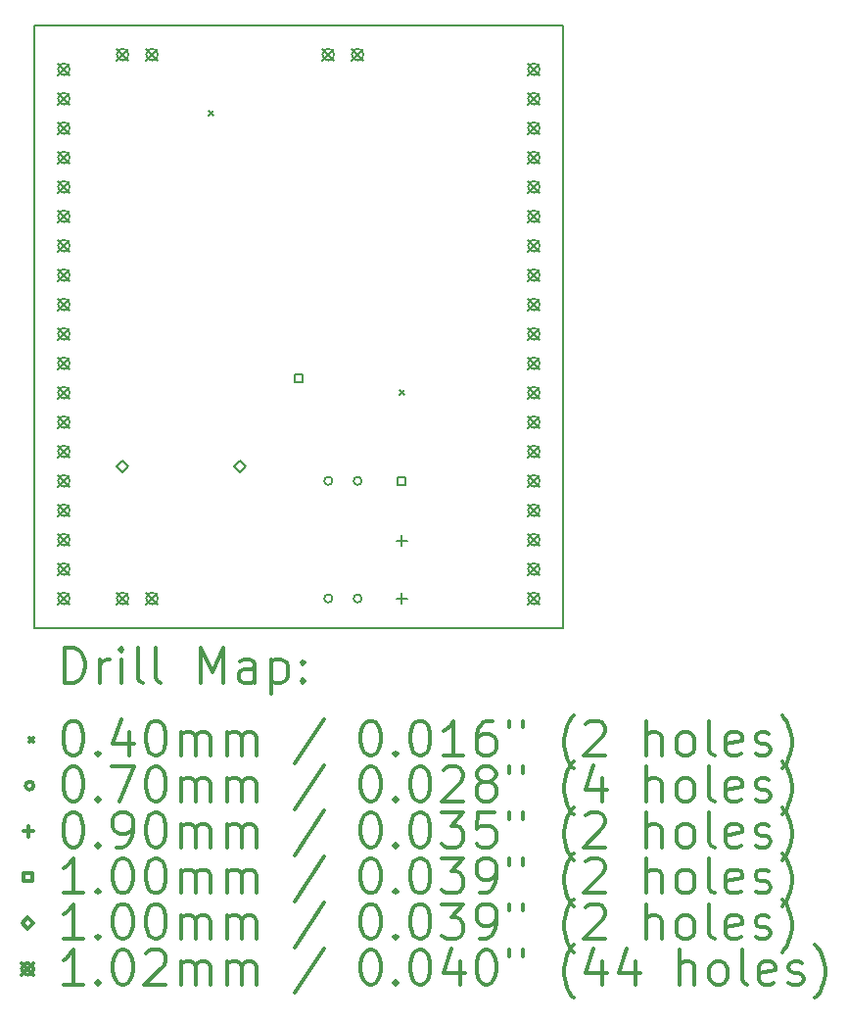
<source format=gbr>
%FSLAX45Y45*%
G04 Gerber Fmt 4.5, Leading zero omitted, Abs format (unit mm)*
G04 Created by KiCad (PCBNEW 4.0.3+e1-6302~38~ubuntu16.04.1-stable) date Thu Aug 25 12:39:00 2016*
%MOMM*%
%LPD*%
G01*
G04 APERTURE LIST*
%ADD10C,0.127000*%
%ADD11C,0.150000*%
%ADD12C,0.200000*%
%ADD13C,0.300000*%
G04 APERTURE END LIST*
D10*
D11*
X11684000Y-7493000D02*
X7112000Y-7493000D01*
X11684000Y-12700000D02*
X11684000Y-7493000D01*
X7112000Y-12700000D02*
X11684000Y-12700000D01*
X7112000Y-7493000D02*
X7112000Y-12700000D01*
D12*
X8616000Y-8235000D02*
X8656000Y-8275000D01*
X8656000Y-8235000D02*
X8616000Y-8275000D01*
X10267000Y-10648000D02*
X10307000Y-10688000D01*
X10307000Y-10648000D02*
X10267000Y-10688000D01*
X9687306Y-11430052D02*
G75*
G03X9687306Y-11430052I-35052J0D01*
G01*
X9687306Y-12446052D02*
G75*
G03X9687306Y-12446052I-35052J0D01*
G01*
X9940798Y-11429948D02*
G75*
G03X9940798Y-11429948I-35052J0D01*
G01*
X9940798Y-12445948D02*
G75*
G03X9940798Y-12445948I-35052J0D01*
G01*
X10287000Y-11901000D02*
X10287000Y-11991000D01*
X10242000Y-11946000D02*
X10332000Y-11946000D01*
X10287000Y-12401000D02*
X10287000Y-12491000D01*
X10242000Y-12446000D02*
X10332000Y-12446000D01*
X9433356Y-10576356D02*
X9433356Y-10505644D01*
X9362644Y-10505644D01*
X9362644Y-10576356D01*
X9433356Y-10576356D01*
X10322356Y-11465356D02*
X10322356Y-11394644D01*
X10251644Y-11394644D01*
X10251644Y-11465356D01*
X10322356Y-11465356D01*
X7874000Y-11353038D02*
X7924038Y-11303000D01*
X7874000Y-11252962D01*
X7823962Y-11303000D01*
X7874000Y-11353038D01*
X8890000Y-11353038D02*
X8940038Y-11303000D01*
X8890000Y-11252962D01*
X8839962Y-11303000D01*
X8890000Y-11353038D01*
X7315200Y-7823200D02*
X7416800Y-7924800D01*
X7416800Y-7823200D02*
X7315200Y-7924800D01*
X7416800Y-7874000D02*
G75*
G03X7416800Y-7874000I-50800J0D01*
G01*
X7315200Y-8077200D02*
X7416800Y-8178800D01*
X7416800Y-8077200D02*
X7315200Y-8178800D01*
X7416800Y-8128000D02*
G75*
G03X7416800Y-8128000I-50800J0D01*
G01*
X7315200Y-8331200D02*
X7416800Y-8432800D01*
X7416800Y-8331200D02*
X7315200Y-8432800D01*
X7416800Y-8382000D02*
G75*
G03X7416800Y-8382000I-50800J0D01*
G01*
X7315200Y-8585200D02*
X7416800Y-8686800D01*
X7416800Y-8585200D02*
X7315200Y-8686800D01*
X7416800Y-8636000D02*
G75*
G03X7416800Y-8636000I-50800J0D01*
G01*
X7315200Y-8839200D02*
X7416800Y-8940800D01*
X7416800Y-8839200D02*
X7315200Y-8940800D01*
X7416800Y-8890000D02*
G75*
G03X7416800Y-8890000I-50800J0D01*
G01*
X7315200Y-9093200D02*
X7416800Y-9194800D01*
X7416800Y-9093200D02*
X7315200Y-9194800D01*
X7416800Y-9144000D02*
G75*
G03X7416800Y-9144000I-50800J0D01*
G01*
X7315200Y-9347200D02*
X7416800Y-9448800D01*
X7416800Y-9347200D02*
X7315200Y-9448800D01*
X7416800Y-9398000D02*
G75*
G03X7416800Y-9398000I-50800J0D01*
G01*
X7315200Y-9601200D02*
X7416800Y-9702800D01*
X7416800Y-9601200D02*
X7315200Y-9702800D01*
X7416800Y-9652000D02*
G75*
G03X7416800Y-9652000I-50800J0D01*
G01*
X7315200Y-9855200D02*
X7416800Y-9956800D01*
X7416800Y-9855200D02*
X7315200Y-9956800D01*
X7416800Y-9906000D02*
G75*
G03X7416800Y-9906000I-50800J0D01*
G01*
X7315200Y-10109200D02*
X7416800Y-10210800D01*
X7416800Y-10109200D02*
X7315200Y-10210800D01*
X7416800Y-10160000D02*
G75*
G03X7416800Y-10160000I-50800J0D01*
G01*
X7315200Y-10363200D02*
X7416800Y-10464800D01*
X7416800Y-10363200D02*
X7315200Y-10464800D01*
X7416800Y-10414000D02*
G75*
G03X7416800Y-10414000I-50800J0D01*
G01*
X7315200Y-10617200D02*
X7416800Y-10718800D01*
X7416800Y-10617200D02*
X7315200Y-10718800D01*
X7416800Y-10668000D02*
G75*
G03X7416800Y-10668000I-50800J0D01*
G01*
X7315200Y-10871200D02*
X7416800Y-10972800D01*
X7416800Y-10871200D02*
X7315200Y-10972800D01*
X7416800Y-10922000D02*
G75*
G03X7416800Y-10922000I-50800J0D01*
G01*
X7315200Y-11125200D02*
X7416800Y-11226800D01*
X7416800Y-11125200D02*
X7315200Y-11226800D01*
X7416800Y-11176000D02*
G75*
G03X7416800Y-11176000I-50800J0D01*
G01*
X7315200Y-11379200D02*
X7416800Y-11480800D01*
X7416800Y-11379200D02*
X7315200Y-11480800D01*
X7416800Y-11430000D02*
G75*
G03X7416800Y-11430000I-50800J0D01*
G01*
X7315200Y-11633200D02*
X7416800Y-11734800D01*
X7416800Y-11633200D02*
X7315200Y-11734800D01*
X7416800Y-11684000D02*
G75*
G03X7416800Y-11684000I-50800J0D01*
G01*
X7315200Y-11887200D02*
X7416800Y-11988800D01*
X7416800Y-11887200D02*
X7315200Y-11988800D01*
X7416800Y-11938000D02*
G75*
G03X7416800Y-11938000I-50800J0D01*
G01*
X7315200Y-12141200D02*
X7416800Y-12242800D01*
X7416800Y-12141200D02*
X7315200Y-12242800D01*
X7416800Y-12192000D02*
G75*
G03X7416800Y-12192000I-50800J0D01*
G01*
X7315200Y-12395200D02*
X7416800Y-12496800D01*
X7416800Y-12395200D02*
X7315200Y-12496800D01*
X7416800Y-12446000D02*
G75*
G03X7416800Y-12446000I-50800J0D01*
G01*
X7823200Y-7696200D02*
X7924800Y-7797800D01*
X7924800Y-7696200D02*
X7823200Y-7797800D01*
X7924800Y-7747000D02*
G75*
G03X7924800Y-7747000I-50800J0D01*
G01*
X7823200Y-12395200D02*
X7924800Y-12496800D01*
X7924800Y-12395200D02*
X7823200Y-12496800D01*
X7924800Y-12446000D02*
G75*
G03X7924800Y-12446000I-50800J0D01*
G01*
X8077200Y-7696200D02*
X8178800Y-7797800D01*
X8178800Y-7696200D02*
X8077200Y-7797800D01*
X8178800Y-7747000D02*
G75*
G03X8178800Y-7747000I-50800J0D01*
G01*
X8077200Y-12395200D02*
X8178800Y-12496800D01*
X8178800Y-12395200D02*
X8077200Y-12496800D01*
X8178800Y-12446000D02*
G75*
G03X8178800Y-12446000I-50800J0D01*
G01*
X9601200Y-7696200D02*
X9702800Y-7797800D01*
X9702800Y-7696200D02*
X9601200Y-7797800D01*
X9702800Y-7747000D02*
G75*
G03X9702800Y-7747000I-50800J0D01*
G01*
X9855200Y-7696200D02*
X9956800Y-7797800D01*
X9956800Y-7696200D02*
X9855200Y-7797800D01*
X9956800Y-7747000D02*
G75*
G03X9956800Y-7747000I-50800J0D01*
G01*
X11379200Y-7823200D02*
X11480800Y-7924800D01*
X11480800Y-7823200D02*
X11379200Y-7924800D01*
X11480800Y-7874000D02*
G75*
G03X11480800Y-7874000I-50800J0D01*
G01*
X11379200Y-8077200D02*
X11480800Y-8178800D01*
X11480800Y-8077200D02*
X11379200Y-8178800D01*
X11480800Y-8128000D02*
G75*
G03X11480800Y-8128000I-50800J0D01*
G01*
X11379200Y-8331200D02*
X11480800Y-8432800D01*
X11480800Y-8331200D02*
X11379200Y-8432800D01*
X11480800Y-8382000D02*
G75*
G03X11480800Y-8382000I-50800J0D01*
G01*
X11379200Y-8585200D02*
X11480800Y-8686800D01*
X11480800Y-8585200D02*
X11379200Y-8686800D01*
X11480800Y-8636000D02*
G75*
G03X11480800Y-8636000I-50800J0D01*
G01*
X11379200Y-8839200D02*
X11480800Y-8940800D01*
X11480800Y-8839200D02*
X11379200Y-8940800D01*
X11480800Y-8890000D02*
G75*
G03X11480800Y-8890000I-50800J0D01*
G01*
X11379200Y-9093200D02*
X11480800Y-9194800D01*
X11480800Y-9093200D02*
X11379200Y-9194800D01*
X11480800Y-9144000D02*
G75*
G03X11480800Y-9144000I-50800J0D01*
G01*
X11379200Y-9347200D02*
X11480800Y-9448800D01*
X11480800Y-9347200D02*
X11379200Y-9448800D01*
X11480800Y-9398000D02*
G75*
G03X11480800Y-9398000I-50800J0D01*
G01*
X11379200Y-9601200D02*
X11480800Y-9702800D01*
X11480800Y-9601200D02*
X11379200Y-9702800D01*
X11480800Y-9652000D02*
G75*
G03X11480800Y-9652000I-50800J0D01*
G01*
X11379200Y-9855200D02*
X11480800Y-9956800D01*
X11480800Y-9855200D02*
X11379200Y-9956800D01*
X11480800Y-9906000D02*
G75*
G03X11480800Y-9906000I-50800J0D01*
G01*
X11379200Y-10109200D02*
X11480800Y-10210800D01*
X11480800Y-10109200D02*
X11379200Y-10210800D01*
X11480800Y-10160000D02*
G75*
G03X11480800Y-10160000I-50800J0D01*
G01*
X11379200Y-10363200D02*
X11480800Y-10464800D01*
X11480800Y-10363200D02*
X11379200Y-10464800D01*
X11480800Y-10414000D02*
G75*
G03X11480800Y-10414000I-50800J0D01*
G01*
X11379200Y-10617200D02*
X11480800Y-10718800D01*
X11480800Y-10617200D02*
X11379200Y-10718800D01*
X11480800Y-10668000D02*
G75*
G03X11480800Y-10668000I-50800J0D01*
G01*
X11379200Y-10871200D02*
X11480800Y-10972800D01*
X11480800Y-10871200D02*
X11379200Y-10972800D01*
X11480800Y-10922000D02*
G75*
G03X11480800Y-10922000I-50800J0D01*
G01*
X11379200Y-11125200D02*
X11480800Y-11226800D01*
X11480800Y-11125200D02*
X11379200Y-11226800D01*
X11480800Y-11176000D02*
G75*
G03X11480800Y-11176000I-50800J0D01*
G01*
X11379200Y-11379200D02*
X11480800Y-11480800D01*
X11480800Y-11379200D02*
X11379200Y-11480800D01*
X11480800Y-11430000D02*
G75*
G03X11480800Y-11430000I-50800J0D01*
G01*
X11379200Y-11633200D02*
X11480800Y-11734800D01*
X11480800Y-11633200D02*
X11379200Y-11734800D01*
X11480800Y-11684000D02*
G75*
G03X11480800Y-11684000I-50800J0D01*
G01*
X11379200Y-11887200D02*
X11480800Y-11988800D01*
X11480800Y-11887200D02*
X11379200Y-11988800D01*
X11480800Y-11938000D02*
G75*
G03X11480800Y-11938000I-50800J0D01*
G01*
X11379200Y-12141200D02*
X11480800Y-12242800D01*
X11480800Y-12141200D02*
X11379200Y-12242800D01*
X11480800Y-12192000D02*
G75*
G03X11480800Y-12192000I-50800J0D01*
G01*
X11379200Y-12395200D02*
X11480800Y-12496800D01*
X11480800Y-12395200D02*
X11379200Y-12496800D01*
X11480800Y-12446000D02*
G75*
G03X11480800Y-12446000I-50800J0D01*
G01*
D13*
X7375928Y-13173214D02*
X7375928Y-12873214D01*
X7447357Y-12873214D01*
X7490214Y-12887500D01*
X7518786Y-12916071D01*
X7533071Y-12944643D01*
X7547357Y-13001786D01*
X7547357Y-13044643D01*
X7533071Y-13101786D01*
X7518786Y-13130357D01*
X7490214Y-13158929D01*
X7447357Y-13173214D01*
X7375928Y-13173214D01*
X7675928Y-13173214D02*
X7675928Y-12973214D01*
X7675928Y-13030357D02*
X7690214Y-13001786D01*
X7704500Y-12987500D01*
X7733071Y-12973214D01*
X7761643Y-12973214D01*
X7861643Y-13173214D02*
X7861643Y-12973214D01*
X7861643Y-12873214D02*
X7847357Y-12887500D01*
X7861643Y-12901786D01*
X7875928Y-12887500D01*
X7861643Y-12873214D01*
X7861643Y-12901786D01*
X8047357Y-13173214D02*
X8018786Y-13158929D01*
X8004500Y-13130357D01*
X8004500Y-12873214D01*
X8204500Y-13173214D02*
X8175928Y-13158929D01*
X8161643Y-13130357D01*
X8161643Y-12873214D01*
X8547357Y-13173214D02*
X8547357Y-12873214D01*
X8647357Y-13087500D01*
X8747357Y-12873214D01*
X8747357Y-13173214D01*
X9018786Y-13173214D02*
X9018786Y-13016071D01*
X9004500Y-12987500D01*
X8975929Y-12973214D01*
X8918786Y-12973214D01*
X8890214Y-12987500D01*
X9018786Y-13158929D02*
X8990214Y-13173214D01*
X8918786Y-13173214D01*
X8890214Y-13158929D01*
X8875929Y-13130357D01*
X8875929Y-13101786D01*
X8890214Y-13073214D01*
X8918786Y-13058929D01*
X8990214Y-13058929D01*
X9018786Y-13044643D01*
X9161643Y-12973214D02*
X9161643Y-13273214D01*
X9161643Y-12987500D02*
X9190214Y-12973214D01*
X9247357Y-12973214D01*
X9275929Y-12987500D01*
X9290214Y-13001786D01*
X9304500Y-13030357D01*
X9304500Y-13116071D01*
X9290214Y-13144643D01*
X9275929Y-13158929D01*
X9247357Y-13173214D01*
X9190214Y-13173214D01*
X9161643Y-13158929D01*
X9433071Y-13144643D02*
X9447357Y-13158929D01*
X9433071Y-13173214D01*
X9418786Y-13158929D01*
X9433071Y-13144643D01*
X9433071Y-13173214D01*
X9433071Y-12987500D02*
X9447357Y-13001786D01*
X9433071Y-13016071D01*
X9418786Y-13001786D01*
X9433071Y-12987500D01*
X9433071Y-13016071D01*
X7064500Y-13647500D02*
X7104500Y-13687500D01*
X7104500Y-13647500D02*
X7064500Y-13687500D01*
X7433071Y-13503214D02*
X7461643Y-13503214D01*
X7490214Y-13517500D01*
X7504500Y-13531786D01*
X7518786Y-13560357D01*
X7533071Y-13617500D01*
X7533071Y-13688929D01*
X7518786Y-13746071D01*
X7504500Y-13774643D01*
X7490214Y-13788929D01*
X7461643Y-13803214D01*
X7433071Y-13803214D01*
X7404500Y-13788929D01*
X7390214Y-13774643D01*
X7375928Y-13746071D01*
X7361643Y-13688929D01*
X7361643Y-13617500D01*
X7375928Y-13560357D01*
X7390214Y-13531786D01*
X7404500Y-13517500D01*
X7433071Y-13503214D01*
X7661643Y-13774643D02*
X7675928Y-13788929D01*
X7661643Y-13803214D01*
X7647357Y-13788929D01*
X7661643Y-13774643D01*
X7661643Y-13803214D01*
X7933071Y-13603214D02*
X7933071Y-13803214D01*
X7861643Y-13488929D02*
X7790214Y-13703214D01*
X7975928Y-13703214D01*
X8147357Y-13503214D02*
X8175928Y-13503214D01*
X8204500Y-13517500D01*
X8218786Y-13531786D01*
X8233071Y-13560357D01*
X8247357Y-13617500D01*
X8247357Y-13688929D01*
X8233071Y-13746071D01*
X8218786Y-13774643D01*
X8204500Y-13788929D01*
X8175928Y-13803214D01*
X8147357Y-13803214D01*
X8118786Y-13788929D01*
X8104500Y-13774643D01*
X8090214Y-13746071D01*
X8075928Y-13688929D01*
X8075928Y-13617500D01*
X8090214Y-13560357D01*
X8104500Y-13531786D01*
X8118786Y-13517500D01*
X8147357Y-13503214D01*
X8375928Y-13803214D02*
X8375928Y-13603214D01*
X8375928Y-13631786D02*
X8390214Y-13617500D01*
X8418786Y-13603214D01*
X8461643Y-13603214D01*
X8490214Y-13617500D01*
X8504500Y-13646071D01*
X8504500Y-13803214D01*
X8504500Y-13646071D02*
X8518786Y-13617500D01*
X8547357Y-13603214D01*
X8590214Y-13603214D01*
X8618786Y-13617500D01*
X8633071Y-13646071D01*
X8633071Y-13803214D01*
X8775929Y-13803214D02*
X8775929Y-13603214D01*
X8775929Y-13631786D02*
X8790214Y-13617500D01*
X8818786Y-13603214D01*
X8861643Y-13603214D01*
X8890214Y-13617500D01*
X8904500Y-13646071D01*
X8904500Y-13803214D01*
X8904500Y-13646071D02*
X8918786Y-13617500D01*
X8947357Y-13603214D01*
X8990214Y-13603214D01*
X9018786Y-13617500D01*
X9033071Y-13646071D01*
X9033071Y-13803214D01*
X9618786Y-13488929D02*
X9361643Y-13874643D01*
X10004500Y-13503214D02*
X10033071Y-13503214D01*
X10061643Y-13517500D01*
X10075928Y-13531786D01*
X10090214Y-13560357D01*
X10104500Y-13617500D01*
X10104500Y-13688929D01*
X10090214Y-13746071D01*
X10075928Y-13774643D01*
X10061643Y-13788929D01*
X10033071Y-13803214D01*
X10004500Y-13803214D01*
X9975928Y-13788929D01*
X9961643Y-13774643D01*
X9947357Y-13746071D01*
X9933071Y-13688929D01*
X9933071Y-13617500D01*
X9947357Y-13560357D01*
X9961643Y-13531786D01*
X9975928Y-13517500D01*
X10004500Y-13503214D01*
X10233071Y-13774643D02*
X10247357Y-13788929D01*
X10233071Y-13803214D01*
X10218786Y-13788929D01*
X10233071Y-13774643D01*
X10233071Y-13803214D01*
X10433071Y-13503214D02*
X10461643Y-13503214D01*
X10490214Y-13517500D01*
X10504500Y-13531786D01*
X10518786Y-13560357D01*
X10533071Y-13617500D01*
X10533071Y-13688929D01*
X10518786Y-13746071D01*
X10504500Y-13774643D01*
X10490214Y-13788929D01*
X10461643Y-13803214D01*
X10433071Y-13803214D01*
X10404500Y-13788929D01*
X10390214Y-13774643D01*
X10375928Y-13746071D01*
X10361643Y-13688929D01*
X10361643Y-13617500D01*
X10375928Y-13560357D01*
X10390214Y-13531786D01*
X10404500Y-13517500D01*
X10433071Y-13503214D01*
X10818786Y-13803214D02*
X10647357Y-13803214D01*
X10733071Y-13803214D02*
X10733071Y-13503214D01*
X10704500Y-13546071D01*
X10675928Y-13574643D01*
X10647357Y-13588929D01*
X11075928Y-13503214D02*
X11018786Y-13503214D01*
X10990214Y-13517500D01*
X10975928Y-13531786D01*
X10947357Y-13574643D01*
X10933071Y-13631786D01*
X10933071Y-13746071D01*
X10947357Y-13774643D01*
X10961643Y-13788929D01*
X10990214Y-13803214D01*
X11047357Y-13803214D01*
X11075928Y-13788929D01*
X11090214Y-13774643D01*
X11104500Y-13746071D01*
X11104500Y-13674643D01*
X11090214Y-13646071D01*
X11075928Y-13631786D01*
X11047357Y-13617500D01*
X10990214Y-13617500D01*
X10961643Y-13631786D01*
X10947357Y-13646071D01*
X10933071Y-13674643D01*
X11218786Y-13503214D02*
X11218786Y-13560357D01*
X11333071Y-13503214D02*
X11333071Y-13560357D01*
X11775928Y-13917500D02*
X11761643Y-13903214D01*
X11733071Y-13860357D01*
X11718785Y-13831786D01*
X11704500Y-13788929D01*
X11690214Y-13717500D01*
X11690214Y-13660357D01*
X11704500Y-13588929D01*
X11718785Y-13546071D01*
X11733071Y-13517500D01*
X11761643Y-13474643D01*
X11775928Y-13460357D01*
X11875928Y-13531786D02*
X11890214Y-13517500D01*
X11918785Y-13503214D01*
X11990214Y-13503214D01*
X12018785Y-13517500D01*
X12033071Y-13531786D01*
X12047357Y-13560357D01*
X12047357Y-13588929D01*
X12033071Y-13631786D01*
X11861643Y-13803214D01*
X12047357Y-13803214D01*
X12404500Y-13803214D02*
X12404500Y-13503214D01*
X12533071Y-13803214D02*
X12533071Y-13646071D01*
X12518785Y-13617500D01*
X12490214Y-13603214D01*
X12447357Y-13603214D01*
X12418785Y-13617500D01*
X12404500Y-13631786D01*
X12718785Y-13803214D02*
X12690214Y-13788929D01*
X12675928Y-13774643D01*
X12661643Y-13746071D01*
X12661643Y-13660357D01*
X12675928Y-13631786D01*
X12690214Y-13617500D01*
X12718785Y-13603214D01*
X12761643Y-13603214D01*
X12790214Y-13617500D01*
X12804500Y-13631786D01*
X12818785Y-13660357D01*
X12818785Y-13746071D01*
X12804500Y-13774643D01*
X12790214Y-13788929D01*
X12761643Y-13803214D01*
X12718785Y-13803214D01*
X12990214Y-13803214D02*
X12961643Y-13788929D01*
X12947357Y-13760357D01*
X12947357Y-13503214D01*
X13218786Y-13788929D02*
X13190214Y-13803214D01*
X13133071Y-13803214D01*
X13104500Y-13788929D01*
X13090214Y-13760357D01*
X13090214Y-13646071D01*
X13104500Y-13617500D01*
X13133071Y-13603214D01*
X13190214Y-13603214D01*
X13218786Y-13617500D01*
X13233071Y-13646071D01*
X13233071Y-13674643D01*
X13090214Y-13703214D01*
X13347357Y-13788929D02*
X13375928Y-13803214D01*
X13433071Y-13803214D01*
X13461643Y-13788929D01*
X13475928Y-13760357D01*
X13475928Y-13746071D01*
X13461643Y-13717500D01*
X13433071Y-13703214D01*
X13390214Y-13703214D01*
X13361643Y-13688929D01*
X13347357Y-13660357D01*
X13347357Y-13646071D01*
X13361643Y-13617500D01*
X13390214Y-13603214D01*
X13433071Y-13603214D01*
X13461643Y-13617500D01*
X13575928Y-13917500D02*
X13590214Y-13903214D01*
X13618786Y-13860357D01*
X13633071Y-13831786D01*
X13647357Y-13788929D01*
X13661643Y-13717500D01*
X13661643Y-13660357D01*
X13647357Y-13588929D01*
X13633071Y-13546071D01*
X13618786Y-13517500D01*
X13590214Y-13474643D01*
X13575928Y-13460357D01*
X7104500Y-14063500D02*
G75*
G03X7104500Y-14063500I-35052J0D01*
G01*
X7433071Y-13899214D02*
X7461643Y-13899214D01*
X7490214Y-13913500D01*
X7504500Y-13927786D01*
X7518786Y-13956357D01*
X7533071Y-14013500D01*
X7533071Y-14084929D01*
X7518786Y-14142071D01*
X7504500Y-14170643D01*
X7490214Y-14184929D01*
X7461643Y-14199214D01*
X7433071Y-14199214D01*
X7404500Y-14184929D01*
X7390214Y-14170643D01*
X7375928Y-14142071D01*
X7361643Y-14084929D01*
X7361643Y-14013500D01*
X7375928Y-13956357D01*
X7390214Y-13927786D01*
X7404500Y-13913500D01*
X7433071Y-13899214D01*
X7661643Y-14170643D02*
X7675928Y-14184929D01*
X7661643Y-14199214D01*
X7647357Y-14184929D01*
X7661643Y-14170643D01*
X7661643Y-14199214D01*
X7775928Y-13899214D02*
X7975928Y-13899214D01*
X7847357Y-14199214D01*
X8147357Y-13899214D02*
X8175928Y-13899214D01*
X8204500Y-13913500D01*
X8218786Y-13927786D01*
X8233071Y-13956357D01*
X8247357Y-14013500D01*
X8247357Y-14084929D01*
X8233071Y-14142071D01*
X8218786Y-14170643D01*
X8204500Y-14184929D01*
X8175928Y-14199214D01*
X8147357Y-14199214D01*
X8118786Y-14184929D01*
X8104500Y-14170643D01*
X8090214Y-14142071D01*
X8075928Y-14084929D01*
X8075928Y-14013500D01*
X8090214Y-13956357D01*
X8104500Y-13927786D01*
X8118786Y-13913500D01*
X8147357Y-13899214D01*
X8375928Y-14199214D02*
X8375928Y-13999214D01*
X8375928Y-14027786D02*
X8390214Y-14013500D01*
X8418786Y-13999214D01*
X8461643Y-13999214D01*
X8490214Y-14013500D01*
X8504500Y-14042071D01*
X8504500Y-14199214D01*
X8504500Y-14042071D02*
X8518786Y-14013500D01*
X8547357Y-13999214D01*
X8590214Y-13999214D01*
X8618786Y-14013500D01*
X8633071Y-14042071D01*
X8633071Y-14199214D01*
X8775929Y-14199214D02*
X8775929Y-13999214D01*
X8775929Y-14027786D02*
X8790214Y-14013500D01*
X8818786Y-13999214D01*
X8861643Y-13999214D01*
X8890214Y-14013500D01*
X8904500Y-14042071D01*
X8904500Y-14199214D01*
X8904500Y-14042071D02*
X8918786Y-14013500D01*
X8947357Y-13999214D01*
X8990214Y-13999214D01*
X9018786Y-14013500D01*
X9033071Y-14042071D01*
X9033071Y-14199214D01*
X9618786Y-13884929D02*
X9361643Y-14270643D01*
X10004500Y-13899214D02*
X10033071Y-13899214D01*
X10061643Y-13913500D01*
X10075928Y-13927786D01*
X10090214Y-13956357D01*
X10104500Y-14013500D01*
X10104500Y-14084929D01*
X10090214Y-14142071D01*
X10075928Y-14170643D01*
X10061643Y-14184929D01*
X10033071Y-14199214D01*
X10004500Y-14199214D01*
X9975928Y-14184929D01*
X9961643Y-14170643D01*
X9947357Y-14142071D01*
X9933071Y-14084929D01*
X9933071Y-14013500D01*
X9947357Y-13956357D01*
X9961643Y-13927786D01*
X9975928Y-13913500D01*
X10004500Y-13899214D01*
X10233071Y-14170643D02*
X10247357Y-14184929D01*
X10233071Y-14199214D01*
X10218786Y-14184929D01*
X10233071Y-14170643D01*
X10233071Y-14199214D01*
X10433071Y-13899214D02*
X10461643Y-13899214D01*
X10490214Y-13913500D01*
X10504500Y-13927786D01*
X10518786Y-13956357D01*
X10533071Y-14013500D01*
X10533071Y-14084929D01*
X10518786Y-14142071D01*
X10504500Y-14170643D01*
X10490214Y-14184929D01*
X10461643Y-14199214D01*
X10433071Y-14199214D01*
X10404500Y-14184929D01*
X10390214Y-14170643D01*
X10375928Y-14142071D01*
X10361643Y-14084929D01*
X10361643Y-14013500D01*
X10375928Y-13956357D01*
X10390214Y-13927786D01*
X10404500Y-13913500D01*
X10433071Y-13899214D01*
X10647357Y-13927786D02*
X10661643Y-13913500D01*
X10690214Y-13899214D01*
X10761643Y-13899214D01*
X10790214Y-13913500D01*
X10804500Y-13927786D01*
X10818786Y-13956357D01*
X10818786Y-13984929D01*
X10804500Y-14027786D01*
X10633071Y-14199214D01*
X10818786Y-14199214D01*
X10990214Y-14027786D02*
X10961643Y-14013500D01*
X10947357Y-13999214D01*
X10933071Y-13970643D01*
X10933071Y-13956357D01*
X10947357Y-13927786D01*
X10961643Y-13913500D01*
X10990214Y-13899214D01*
X11047357Y-13899214D01*
X11075928Y-13913500D01*
X11090214Y-13927786D01*
X11104500Y-13956357D01*
X11104500Y-13970643D01*
X11090214Y-13999214D01*
X11075928Y-14013500D01*
X11047357Y-14027786D01*
X10990214Y-14027786D01*
X10961643Y-14042071D01*
X10947357Y-14056357D01*
X10933071Y-14084929D01*
X10933071Y-14142071D01*
X10947357Y-14170643D01*
X10961643Y-14184929D01*
X10990214Y-14199214D01*
X11047357Y-14199214D01*
X11075928Y-14184929D01*
X11090214Y-14170643D01*
X11104500Y-14142071D01*
X11104500Y-14084929D01*
X11090214Y-14056357D01*
X11075928Y-14042071D01*
X11047357Y-14027786D01*
X11218786Y-13899214D02*
X11218786Y-13956357D01*
X11333071Y-13899214D02*
X11333071Y-13956357D01*
X11775928Y-14313500D02*
X11761643Y-14299214D01*
X11733071Y-14256357D01*
X11718785Y-14227786D01*
X11704500Y-14184929D01*
X11690214Y-14113500D01*
X11690214Y-14056357D01*
X11704500Y-13984929D01*
X11718785Y-13942071D01*
X11733071Y-13913500D01*
X11761643Y-13870643D01*
X11775928Y-13856357D01*
X12018785Y-13999214D02*
X12018785Y-14199214D01*
X11947357Y-13884929D02*
X11875928Y-14099214D01*
X12061643Y-14099214D01*
X12404500Y-14199214D02*
X12404500Y-13899214D01*
X12533071Y-14199214D02*
X12533071Y-14042071D01*
X12518785Y-14013500D01*
X12490214Y-13999214D01*
X12447357Y-13999214D01*
X12418785Y-14013500D01*
X12404500Y-14027786D01*
X12718785Y-14199214D02*
X12690214Y-14184929D01*
X12675928Y-14170643D01*
X12661643Y-14142071D01*
X12661643Y-14056357D01*
X12675928Y-14027786D01*
X12690214Y-14013500D01*
X12718785Y-13999214D01*
X12761643Y-13999214D01*
X12790214Y-14013500D01*
X12804500Y-14027786D01*
X12818785Y-14056357D01*
X12818785Y-14142071D01*
X12804500Y-14170643D01*
X12790214Y-14184929D01*
X12761643Y-14199214D01*
X12718785Y-14199214D01*
X12990214Y-14199214D02*
X12961643Y-14184929D01*
X12947357Y-14156357D01*
X12947357Y-13899214D01*
X13218786Y-14184929D02*
X13190214Y-14199214D01*
X13133071Y-14199214D01*
X13104500Y-14184929D01*
X13090214Y-14156357D01*
X13090214Y-14042071D01*
X13104500Y-14013500D01*
X13133071Y-13999214D01*
X13190214Y-13999214D01*
X13218786Y-14013500D01*
X13233071Y-14042071D01*
X13233071Y-14070643D01*
X13090214Y-14099214D01*
X13347357Y-14184929D02*
X13375928Y-14199214D01*
X13433071Y-14199214D01*
X13461643Y-14184929D01*
X13475928Y-14156357D01*
X13475928Y-14142071D01*
X13461643Y-14113500D01*
X13433071Y-14099214D01*
X13390214Y-14099214D01*
X13361643Y-14084929D01*
X13347357Y-14056357D01*
X13347357Y-14042071D01*
X13361643Y-14013500D01*
X13390214Y-13999214D01*
X13433071Y-13999214D01*
X13461643Y-14013500D01*
X13575928Y-14313500D02*
X13590214Y-14299214D01*
X13618786Y-14256357D01*
X13633071Y-14227786D01*
X13647357Y-14184929D01*
X13661643Y-14113500D01*
X13661643Y-14056357D01*
X13647357Y-13984929D01*
X13633071Y-13942071D01*
X13618786Y-13913500D01*
X13590214Y-13870643D01*
X13575928Y-13856357D01*
X7059500Y-14414500D02*
X7059500Y-14504500D01*
X7014500Y-14459500D02*
X7104500Y-14459500D01*
X7433071Y-14295214D02*
X7461643Y-14295214D01*
X7490214Y-14309500D01*
X7504500Y-14323786D01*
X7518786Y-14352357D01*
X7533071Y-14409500D01*
X7533071Y-14480929D01*
X7518786Y-14538071D01*
X7504500Y-14566643D01*
X7490214Y-14580929D01*
X7461643Y-14595214D01*
X7433071Y-14595214D01*
X7404500Y-14580929D01*
X7390214Y-14566643D01*
X7375928Y-14538071D01*
X7361643Y-14480929D01*
X7361643Y-14409500D01*
X7375928Y-14352357D01*
X7390214Y-14323786D01*
X7404500Y-14309500D01*
X7433071Y-14295214D01*
X7661643Y-14566643D02*
X7675928Y-14580929D01*
X7661643Y-14595214D01*
X7647357Y-14580929D01*
X7661643Y-14566643D01*
X7661643Y-14595214D01*
X7818786Y-14595214D02*
X7875928Y-14595214D01*
X7904500Y-14580929D01*
X7918786Y-14566643D01*
X7947357Y-14523786D01*
X7961643Y-14466643D01*
X7961643Y-14352357D01*
X7947357Y-14323786D01*
X7933071Y-14309500D01*
X7904500Y-14295214D01*
X7847357Y-14295214D01*
X7818786Y-14309500D01*
X7804500Y-14323786D01*
X7790214Y-14352357D01*
X7790214Y-14423786D01*
X7804500Y-14452357D01*
X7818786Y-14466643D01*
X7847357Y-14480929D01*
X7904500Y-14480929D01*
X7933071Y-14466643D01*
X7947357Y-14452357D01*
X7961643Y-14423786D01*
X8147357Y-14295214D02*
X8175928Y-14295214D01*
X8204500Y-14309500D01*
X8218786Y-14323786D01*
X8233071Y-14352357D01*
X8247357Y-14409500D01*
X8247357Y-14480929D01*
X8233071Y-14538071D01*
X8218786Y-14566643D01*
X8204500Y-14580929D01*
X8175928Y-14595214D01*
X8147357Y-14595214D01*
X8118786Y-14580929D01*
X8104500Y-14566643D01*
X8090214Y-14538071D01*
X8075928Y-14480929D01*
X8075928Y-14409500D01*
X8090214Y-14352357D01*
X8104500Y-14323786D01*
X8118786Y-14309500D01*
X8147357Y-14295214D01*
X8375928Y-14595214D02*
X8375928Y-14395214D01*
X8375928Y-14423786D02*
X8390214Y-14409500D01*
X8418786Y-14395214D01*
X8461643Y-14395214D01*
X8490214Y-14409500D01*
X8504500Y-14438071D01*
X8504500Y-14595214D01*
X8504500Y-14438071D02*
X8518786Y-14409500D01*
X8547357Y-14395214D01*
X8590214Y-14395214D01*
X8618786Y-14409500D01*
X8633071Y-14438071D01*
X8633071Y-14595214D01*
X8775929Y-14595214D02*
X8775929Y-14395214D01*
X8775929Y-14423786D02*
X8790214Y-14409500D01*
X8818786Y-14395214D01*
X8861643Y-14395214D01*
X8890214Y-14409500D01*
X8904500Y-14438071D01*
X8904500Y-14595214D01*
X8904500Y-14438071D02*
X8918786Y-14409500D01*
X8947357Y-14395214D01*
X8990214Y-14395214D01*
X9018786Y-14409500D01*
X9033071Y-14438071D01*
X9033071Y-14595214D01*
X9618786Y-14280929D02*
X9361643Y-14666643D01*
X10004500Y-14295214D02*
X10033071Y-14295214D01*
X10061643Y-14309500D01*
X10075928Y-14323786D01*
X10090214Y-14352357D01*
X10104500Y-14409500D01*
X10104500Y-14480929D01*
X10090214Y-14538071D01*
X10075928Y-14566643D01*
X10061643Y-14580929D01*
X10033071Y-14595214D01*
X10004500Y-14595214D01*
X9975928Y-14580929D01*
X9961643Y-14566643D01*
X9947357Y-14538071D01*
X9933071Y-14480929D01*
X9933071Y-14409500D01*
X9947357Y-14352357D01*
X9961643Y-14323786D01*
X9975928Y-14309500D01*
X10004500Y-14295214D01*
X10233071Y-14566643D02*
X10247357Y-14580929D01*
X10233071Y-14595214D01*
X10218786Y-14580929D01*
X10233071Y-14566643D01*
X10233071Y-14595214D01*
X10433071Y-14295214D02*
X10461643Y-14295214D01*
X10490214Y-14309500D01*
X10504500Y-14323786D01*
X10518786Y-14352357D01*
X10533071Y-14409500D01*
X10533071Y-14480929D01*
X10518786Y-14538071D01*
X10504500Y-14566643D01*
X10490214Y-14580929D01*
X10461643Y-14595214D01*
X10433071Y-14595214D01*
X10404500Y-14580929D01*
X10390214Y-14566643D01*
X10375928Y-14538071D01*
X10361643Y-14480929D01*
X10361643Y-14409500D01*
X10375928Y-14352357D01*
X10390214Y-14323786D01*
X10404500Y-14309500D01*
X10433071Y-14295214D01*
X10633071Y-14295214D02*
X10818786Y-14295214D01*
X10718786Y-14409500D01*
X10761643Y-14409500D01*
X10790214Y-14423786D01*
X10804500Y-14438071D01*
X10818786Y-14466643D01*
X10818786Y-14538071D01*
X10804500Y-14566643D01*
X10790214Y-14580929D01*
X10761643Y-14595214D01*
X10675928Y-14595214D01*
X10647357Y-14580929D01*
X10633071Y-14566643D01*
X11090214Y-14295214D02*
X10947357Y-14295214D01*
X10933071Y-14438071D01*
X10947357Y-14423786D01*
X10975928Y-14409500D01*
X11047357Y-14409500D01*
X11075928Y-14423786D01*
X11090214Y-14438071D01*
X11104500Y-14466643D01*
X11104500Y-14538071D01*
X11090214Y-14566643D01*
X11075928Y-14580929D01*
X11047357Y-14595214D01*
X10975928Y-14595214D01*
X10947357Y-14580929D01*
X10933071Y-14566643D01*
X11218786Y-14295214D02*
X11218786Y-14352357D01*
X11333071Y-14295214D02*
X11333071Y-14352357D01*
X11775928Y-14709500D02*
X11761643Y-14695214D01*
X11733071Y-14652357D01*
X11718785Y-14623786D01*
X11704500Y-14580929D01*
X11690214Y-14509500D01*
X11690214Y-14452357D01*
X11704500Y-14380929D01*
X11718785Y-14338071D01*
X11733071Y-14309500D01*
X11761643Y-14266643D01*
X11775928Y-14252357D01*
X11875928Y-14323786D02*
X11890214Y-14309500D01*
X11918785Y-14295214D01*
X11990214Y-14295214D01*
X12018785Y-14309500D01*
X12033071Y-14323786D01*
X12047357Y-14352357D01*
X12047357Y-14380929D01*
X12033071Y-14423786D01*
X11861643Y-14595214D01*
X12047357Y-14595214D01*
X12404500Y-14595214D02*
X12404500Y-14295214D01*
X12533071Y-14595214D02*
X12533071Y-14438071D01*
X12518785Y-14409500D01*
X12490214Y-14395214D01*
X12447357Y-14395214D01*
X12418785Y-14409500D01*
X12404500Y-14423786D01*
X12718785Y-14595214D02*
X12690214Y-14580929D01*
X12675928Y-14566643D01*
X12661643Y-14538071D01*
X12661643Y-14452357D01*
X12675928Y-14423786D01*
X12690214Y-14409500D01*
X12718785Y-14395214D01*
X12761643Y-14395214D01*
X12790214Y-14409500D01*
X12804500Y-14423786D01*
X12818785Y-14452357D01*
X12818785Y-14538071D01*
X12804500Y-14566643D01*
X12790214Y-14580929D01*
X12761643Y-14595214D01*
X12718785Y-14595214D01*
X12990214Y-14595214D02*
X12961643Y-14580929D01*
X12947357Y-14552357D01*
X12947357Y-14295214D01*
X13218786Y-14580929D02*
X13190214Y-14595214D01*
X13133071Y-14595214D01*
X13104500Y-14580929D01*
X13090214Y-14552357D01*
X13090214Y-14438071D01*
X13104500Y-14409500D01*
X13133071Y-14395214D01*
X13190214Y-14395214D01*
X13218786Y-14409500D01*
X13233071Y-14438071D01*
X13233071Y-14466643D01*
X13090214Y-14495214D01*
X13347357Y-14580929D02*
X13375928Y-14595214D01*
X13433071Y-14595214D01*
X13461643Y-14580929D01*
X13475928Y-14552357D01*
X13475928Y-14538071D01*
X13461643Y-14509500D01*
X13433071Y-14495214D01*
X13390214Y-14495214D01*
X13361643Y-14480929D01*
X13347357Y-14452357D01*
X13347357Y-14438071D01*
X13361643Y-14409500D01*
X13390214Y-14395214D01*
X13433071Y-14395214D01*
X13461643Y-14409500D01*
X13575928Y-14709500D02*
X13590214Y-14695214D01*
X13618786Y-14652357D01*
X13633071Y-14623786D01*
X13647357Y-14580929D01*
X13661643Y-14509500D01*
X13661643Y-14452357D01*
X13647357Y-14380929D01*
X13633071Y-14338071D01*
X13618786Y-14309500D01*
X13590214Y-14266643D01*
X13575928Y-14252357D01*
X7089856Y-14890856D02*
X7089856Y-14820144D01*
X7019144Y-14820144D01*
X7019144Y-14890856D01*
X7089856Y-14890856D01*
X7533071Y-14991214D02*
X7361643Y-14991214D01*
X7447357Y-14991214D02*
X7447357Y-14691214D01*
X7418786Y-14734071D01*
X7390214Y-14762643D01*
X7361643Y-14776929D01*
X7661643Y-14962643D02*
X7675928Y-14976929D01*
X7661643Y-14991214D01*
X7647357Y-14976929D01*
X7661643Y-14962643D01*
X7661643Y-14991214D01*
X7861643Y-14691214D02*
X7890214Y-14691214D01*
X7918786Y-14705500D01*
X7933071Y-14719786D01*
X7947357Y-14748357D01*
X7961643Y-14805500D01*
X7961643Y-14876929D01*
X7947357Y-14934071D01*
X7933071Y-14962643D01*
X7918786Y-14976929D01*
X7890214Y-14991214D01*
X7861643Y-14991214D01*
X7833071Y-14976929D01*
X7818786Y-14962643D01*
X7804500Y-14934071D01*
X7790214Y-14876929D01*
X7790214Y-14805500D01*
X7804500Y-14748357D01*
X7818786Y-14719786D01*
X7833071Y-14705500D01*
X7861643Y-14691214D01*
X8147357Y-14691214D02*
X8175928Y-14691214D01*
X8204500Y-14705500D01*
X8218786Y-14719786D01*
X8233071Y-14748357D01*
X8247357Y-14805500D01*
X8247357Y-14876929D01*
X8233071Y-14934071D01*
X8218786Y-14962643D01*
X8204500Y-14976929D01*
X8175928Y-14991214D01*
X8147357Y-14991214D01*
X8118786Y-14976929D01*
X8104500Y-14962643D01*
X8090214Y-14934071D01*
X8075928Y-14876929D01*
X8075928Y-14805500D01*
X8090214Y-14748357D01*
X8104500Y-14719786D01*
X8118786Y-14705500D01*
X8147357Y-14691214D01*
X8375928Y-14991214D02*
X8375928Y-14791214D01*
X8375928Y-14819786D02*
X8390214Y-14805500D01*
X8418786Y-14791214D01*
X8461643Y-14791214D01*
X8490214Y-14805500D01*
X8504500Y-14834071D01*
X8504500Y-14991214D01*
X8504500Y-14834071D02*
X8518786Y-14805500D01*
X8547357Y-14791214D01*
X8590214Y-14791214D01*
X8618786Y-14805500D01*
X8633071Y-14834071D01*
X8633071Y-14991214D01*
X8775929Y-14991214D02*
X8775929Y-14791214D01*
X8775929Y-14819786D02*
X8790214Y-14805500D01*
X8818786Y-14791214D01*
X8861643Y-14791214D01*
X8890214Y-14805500D01*
X8904500Y-14834071D01*
X8904500Y-14991214D01*
X8904500Y-14834071D02*
X8918786Y-14805500D01*
X8947357Y-14791214D01*
X8990214Y-14791214D01*
X9018786Y-14805500D01*
X9033071Y-14834071D01*
X9033071Y-14991214D01*
X9618786Y-14676929D02*
X9361643Y-15062643D01*
X10004500Y-14691214D02*
X10033071Y-14691214D01*
X10061643Y-14705500D01*
X10075928Y-14719786D01*
X10090214Y-14748357D01*
X10104500Y-14805500D01*
X10104500Y-14876929D01*
X10090214Y-14934071D01*
X10075928Y-14962643D01*
X10061643Y-14976929D01*
X10033071Y-14991214D01*
X10004500Y-14991214D01*
X9975928Y-14976929D01*
X9961643Y-14962643D01*
X9947357Y-14934071D01*
X9933071Y-14876929D01*
X9933071Y-14805500D01*
X9947357Y-14748357D01*
X9961643Y-14719786D01*
X9975928Y-14705500D01*
X10004500Y-14691214D01*
X10233071Y-14962643D02*
X10247357Y-14976929D01*
X10233071Y-14991214D01*
X10218786Y-14976929D01*
X10233071Y-14962643D01*
X10233071Y-14991214D01*
X10433071Y-14691214D02*
X10461643Y-14691214D01*
X10490214Y-14705500D01*
X10504500Y-14719786D01*
X10518786Y-14748357D01*
X10533071Y-14805500D01*
X10533071Y-14876929D01*
X10518786Y-14934071D01*
X10504500Y-14962643D01*
X10490214Y-14976929D01*
X10461643Y-14991214D01*
X10433071Y-14991214D01*
X10404500Y-14976929D01*
X10390214Y-14962643D01*
X10375928Y-14934071D01*
X10361643Y-14876929D01*
X10361643Y-14805500D01*
X10375928Y-14748357D01*
X10390214Y-14719786D01*
X10404500Y-14705500D01*
X10433071Y-14691214D01*
X10633071Y-14691214D02*
X10818786Y-14691214D01*
X10718786Y-14805500D01*
X10761643Y-14805500D01*
X10790214Y-14819786D01*
X10804500Y-14834071D01*
X10818786Y-14862643D01*
X10818786Y-14934071D01*
X10804500Y-14962643D01*
X10790214Y-14976929D01*
X10761643Y-14991214D01*
X10675928Y-14991214D01*
X10647357Y-14976929D01*
X10633071Y-14962643D01*
X10961643Y-14991214D02*
X11018786Y-14991214D01*
X11047357Y-14976929D01*
X11061643Y-14962643D01*
X11090214Y-14919786D01*
X11104500Y-14862643D01*
X11104500Y-14748357D01*
X11090214Y-14719786D01*
X11075928Y-14705500D01*
X11047357Y-14691214D01*
X10990214Y-14691214D01*
X10961643Y-14705500D01*
X10947357Y-14719786D01*
X10933071Y-14748357D01*
X10933071Y-14819786D01*
X10947357Y-14848357D01*
X10961643Y-14862643D01*
X10990214Y-14876929D01*
X11047357Y-14876929D01*
X11075928Y-14862643D01*
X11090214Y-14848357D01*
X11104500Y-14819786D01*
X11218786Y-14691214D02*
X11218786Y-14748357D01*
X11333071Y-14691214D02*
X11333071Y-14748357D01*
X11775928Y-15105500D02*
X11761643Y-15091214D01*
X11733071Y-15048357D01*
X11718785Y-15019786D01*
X11704500Y-14976929D01*
X11690214Y-14905500D01*
X11690214Y-14848357D01*
X11704500Y-14776929D01*
X11718785Y-14734071D01*
X11733071Y-14705500D01*
X11761643Y-14662643D01*
X11775928Y-14648357D01*
X11875928Y-14719786D02*
X11890214Y-14705500D01*
X11918785Y-14691214D01*
X11990214Y-14691214D01*
X12018785Y-14705500D01*
X12033071Y-14719786D01*
X12047357Y-14748357D01*
X12047357Y-14776929D01*
X12033071Y-14819786D01*
X11861643Y-14991214D01*
X12047357Y-14991214D01*
X12404500Y-14991214D02*
X12404500Y-14691214D01*
X12533071Y-14991214D02*
X12533071Y-14834071D01*
X12518785Y-14805500D01*
X12490214Y-14791214D01*
X12447357Y-14791214D01*
X12418785Y-14805500D01*
X12404500Y-14819786D01*
X12718785Y-14991214D02*
X12690214Y-14976929D01*
X12675928Y-14962643D01*
X12661643Y-14934071D01*
X12661643Y-14848357D01*
X12675928Y-14819786D01*
X12690214Y-14805500D01*
X12718785Y-14791214D01*
X12761643Y-14791214D01*
X12790214Y-14805500D01*
X12804500Y-14819786D01*
X12818785Y-14848357D01*
X12818785Y-14934071D01*
X12804500Y-14962643D01*
X12790214Y-14976929D01*
X12761643Y-14991214D01*
X12718785Y-14991214D01*
X12990214Y-14991214D02*
X12961643Y-14976929D01*
X12947357Y-14948357D01*
X12947357Y-14691214D01*
X13218786Y-14976929D02*
X13190214Y-14991214D01*
X13133071Y-14991214D01*
X13104500Y-14976929D01*
X13090214Y-14948357D01*
X13090214Y-14834071D01*
X13104500Y-14805500D01*
X13133071Y-14791214D01*
X13190214Y-14791214D01*
X13218786Y-14805500D01*
X13233071Y-14834071D01*
X13233071Y-14862643D01*
X13090214Y-14891214D01*
X13347357Y-14976929D02*
X13375928Y-14991214D01*
X13433071Y-14991214D01*
X13461643Y-14976929D01*
X13475928Y-14948357D01*
X13475928Y-14934071D01*
X13461643Y-14905500D01*
X13433071Y-14891214D01*
X13390214Y-14891214D01*
X13361643Y-14876929D01*
X13347357Y-14848357D01*
X13347357Y-14834071D01*
X13361643Y-14805500D01*
X13390214Y-14791214D01*
X13433071Y-14791214D01*
X13461643Y-14805500D01*
X13575928Y-15105500D02*
X13590214Y-15091214D01*
X13618786Y-15048357D01*
X13633071Y-15019786D01*
X13647357Y-14976929D01*
X13661643Y-14905500D01*
X13661643Y-14848357D01*
X13647357Y-14776929D01*
X13633071Y-14734071D01*
X13618786Y-14705500D01*
X13590214Y-14662643D01*
X13575928Y-14648357D01*
X7054462Y-15301538D02*
X7104500Y-15251500D01*
X7054462Y-15201462D01*
X7004424Y-15251500D01*
X7054462Y-15301538D01*
X7533071Y-15387214D02*
X7361643Y-15387214D01*
X7447357Y-15387214D02*
X7447357Y-15087214D01*
X7418786Y-15130071D01*
X7390214Y-15158643D01*
X7361643Y-15172929D01*
X7661643Y-15358643D02*
X7675928Y-15372929D01*
X7661643Y-15387214D01*
X7647357Y-15372929D01*
X7661643Y-15358643D01*
X7661643Y-15387214D01*
X7861643Y-15087214D02*
X7890214Y-15087214D01*
X7918786Y-15101500D01*
X7933071Y-15115786D01*
X7947357Y-15144357D01*
X7961643Y-15201500D01*
X7961643Y-15272929D01*
X7947357Y-15330071D01*
X7933071Y-15358643D01*
X7918786Y-15372929D01*
X7890214Y-15387214D01*
X7861643Y-15387214D01*
X7833071Y-15372929D01*
X7818786Y-15358643D01*
X7804500Y-15330071D01*
X7790214Y-15272929D01*
X7790214Y-15201500D01*
X7804500Y-15144357D01*
X7818786Y-15115786D01*
X7833071Y-15101500D01*
X7861643Y-15087214D01*
X8147357Y-15087214D02*
X8175928Y-15087214D01*
X8204500Y-15101500D01*
X8218786Y-15115786D01*
X8233071Y-15144357D01*
X8247357Y-15201500D01*
X8247357Y-15272929D01*
X8233071Y-15330071D01*
X8218786Y-15358643D01*
X8204500Y-15372929D01*
X8175928Y-15387214D01*
X8147357Y-15387214D01*
X8118786Y-15372929D01*
X8104500Y-15358643D01*
X8090214Y-15330071D01*
X8075928Y-15272929D01*
X8075928Y-15201500D01*
X8090214Y-15144357D01*
X8104500Y-15115786D01*
X8118786Y-15101500D01*
X8147357Y-15087214D01*
X8375928Y-15387214D02*
X8375928Y-15187214D01*
X8375928Y-15215786D02*
X8390214Y-15201500D01*
X8418786Y-15187214D01*
X8461643Y-15187214D01*
X8490214Y-15201500D01*
X8504500Y-15230071D01*
X8504500Y-15387214D01*
X8504500Y-15230071D02*
X8518786Y-15201500D01*
X8547357Y-15187214D01*
X8590214Y-15187214D01*
X8618786Y-15201500D01*
X8633071Y-15230071D01*
X8633071Y-15387214D01*
X8775929Y-15387214D02*
X8775929Y-15187214D01*
X8775929Y-15215786D02*
X8790214Y-15201500D01*
X8818786Y-15187214D01*
X8861643Y-15187214D01*
X8890214Y-15201500D01*
X8904500Y-15230071D01*
X8904500Y-15387214D01*
X8904500Y-15230071D02*
X8918786Y-15201500D01*
X8947357Y-15187214D01*
X8990214Y-15187214D01*
X9018786Y-15201500D01*
X9033071Y-15230071D01*
X9033071Y-15387214D01*
X9618786Y-15072929D02*
X9361643Y-15458643D01*
X10004500Y-15087214D02*
X10033071Y-15087214D01*
X10061643Y-15101500D01*
X10075928Y-15115786D01*
X10090214Y-15144357D01*
X10104500Y-15201500D01*
X10104500Y-15272929D01*
X10090214Y-15330071D01*
X10075928Y-15358643D01*
X10061643Y-15372929D01*
X10033071Y-15387214D01*
X10004500Y-15387214D01*
X9975928Y-15372929D01*
X9961643Y-15358643D01*
X9947357Y-15330071D01*
X9933071Y-15272929D01*
X9933071Y-15201500D01*
X9947357Y-15144357D01*
X9961643Y-15115786D01*
X9975928Y-15101500D01*
X10004500Y-15087214D01*
X10233071Y-15358643D02*
X10247357Y-15372929D01*
X10233071Y-15387214D01*
X10218786Y-15372929D01*
X10233071Y-15358643D01*
X10233071Y-15387214D01*
X10433071Y-15087214D02*
X10461643Y-15087214D01*
X10490214Y-15101500D01*
X10504500Y-15115786D01*
X10518786Y-15144357D01*
X10533071Y-15201500D01*
X10533071Y-15272929D01*
X10518786Y-15330071D01*
X10504500Y-15358643D01*
X10490214Y-15372929D01*
X10461643Y-15387214D01*
X10433071Y-15387214D01*
X10404500Y-15372929D01*
X10390214Y-15358643D01*
X10375928Y-15330071D01*
X10361643Y-15272929D01*
X10361643Y-15201500D01*
X10375928Y-15144357D01*
X10390214Y-15115786D01*
X10404500Y-15101500D01*
X10433071Y-15087214D01*
X10633071Y-15087214D02*
X10818786Y-15087214D01*
X10718786Y-15201500D01*
X10761643Y-15201500D01*
X10790214Y-15215786D01*
X10804500Y-15230071D01*
X10818786Y-15258643D01*
X10818786Y-15330071D01*
X10804500Y-15358643D01*
X10790214Y-15372929D01*
X10761643Y-15387214D01*
X10675928Y-15387214D01*
X10647357Y-15372929D01*
X10633071Y-15358643D01*
X10961643Y-15387214D02*
X11018786Y-15387214D01*
X11047357Y-15372929D01*
X11061643Y-15358643D01*
X11090214Y-15315786D01*
X11104500Y-15258643D01*
X11104500Y-15144357D01*
X11090214Y-15115786D01*
X11075928Y-15101500D01*
X11047357Y-15087214D01*
X10990214Y-15087214D01*
X10961643Y-15101500D01*
X10947357Y-15115786D01*
X10933071Y-15144357D01*
X10933071Y-15215786D01*
X10947357Y-15244357D01*
X10961643Y-15258643D01*
X10990214Y-15272929D01*
X11047357Y-15272929D01*
X11075928Y-15258643D01*
X11090214Y-15244357D01*
X11104500Y-15215786D01*
X11218786Y-15087214D02*
X11218786Y-15144357D01*
X11333071Y-15087214D02*
X11333071Y-15144357D01*
X11775928Y-15501500D02*
X11761643Y-15487214D01*
X11733071Y-15444357D01*
X11718785Y-15415786D01*
X11704500Y-15372929D01*
X11690214Y-15301500D01*
X11690214Y-15244357D01*
X11704500Y-15172929D01*
X11718785Y-15130071D01*
X11733071Y-15101500D01*
X11761643Y-15058643D01*
X11775928Y-15044357D01*
X11875928Y-15115786D02*
X11890214Y-15101500D01*
X11918785Y-15087214D01*
X11990214Y-15087214D01*
X12018785Y-15101500D01*
X12033071Y-15115786D01*
X12047357Y-15144357D01*
X12047357Y-15172929D01*
X12033071Y-15215786D01*
X11861643Y-15387214D01*
X12047357Y-15387214D01*
X12404500Y-15387214D02*
X12404500Y-15087214D01*
X12533071Y-15387214D02*
X12533071Y-15230071D01*
X12518785Y-15201500D01*
X12490214Y-15187214D01*
X12447357Y-15187214D01*
X12418785Y-15201500D01*
X12404500Y-15215786D01*
X12718785Y-15387214D02*
X12690214Y-15372929D01*
X12675928Y-15358643D01*
X12661643Y-15330071D01*
X12661643Y-15244357D01*
X12675928Y-15215786D01*
X12690214Y-15201500D01*
X12718785Y-15187214D01*
X12761643Y-15187214D01*
X12790214Y-15201500D01*
X12804500Y-15215786D01*
X12818785Y-15244357D01*
X12818785Y-15330071D01*
X12804500Y-15358643D01*
X12790214Y-15372929D01*
X12761643Y-15387214D01*
X12718785Y-15387214D01*
X12990214Y-15387214D02*
X12961643Y-15372929D01*
X12947357Y-15344357D01*
X12947357Y-15087214D01*
X13218786Y-15372929D02*
X13190214Y-15387214D01*
X13133071Y-15387214D01*
X13104500Y-15372929D01*
X13090214Y-15344357D01*
X13090214Y-15230071D01*
X13104500Y-15201500D01*
X13133071Y-15187214D01*
X13190214Y-15187214D01*
X13218786Y-15201500D01*
X13233071Y-15230071D01*
X13233071Y-15258643D01*
X13090214Y-15287214D01*
X13347357Y-15372929D02*
X13375928Y-15387214D01*
X13433071Y-15387214D01*
X13461643Y-15372929D01*
X13475928Y-15344357D01*
X13475928Y-15330071D01*
X13461643Y-15301500D01*
X13433071Y-15287214D01*
X13390214Y-15287214D01*
X13361643Y-15272929D01*
X13347357Y-15244357D01*
X13347357Y-15230071D01*
X13361643Y-15201500D01*
X13390214Y-15187214D01*
X13433071Y-15187214D01*
X13461643Y-15201500D01*
X13575928Y-15501500D02*
X13590214Y-15487214D01*
X13618786Y-15444357D01*
X13633071Y-15415786D01*
X13647357Y-15372929D01*
X13661643Y-15301500D01*
X13661643Y-15244357D01*
X13647357Y-15172929D01*
X13633071Y-15130071D01*
X13618786Y-15101500D01*
X13590214Y-15058643D01*
X13575928Y-15044357D01*
X7002900Y-15596700D02*
X7104500Y-15698300D01*
X7104500Y-15596700D02*
X7002900Y-15698300D01*
X7104500Y-15647500D02*
G75*
G03X7104500Y-15647500I-50800J0D01*
G01*
X7533071Y-15783214D02*
X7361643Y-15783214D01*
X7447357Y-15783214D02*
X7447357Y-15483214D01*
X7418786Y-15526071D01*
X7390214Y-15554643D01*
X7361643Y-15568929D01*
X7661643Y-15754643D02*
X7675928Y-15768929D01*
X7661643Y-15783214D01*
X7647357Y-15768929D01*
X7661643Y-15754643D01*
X7661643Y-15783214D01*
X7861643Y-15483214D02*
X7890214Y-15483214D01*
X7918786Y-15497500D01*
X7933071Y-15511786D01*
X7947357Y-15540357D01*
X7961643Y-15597500D01*
X7961643Y-15668929D01*
X7947357Y-15726071D01*
X7933071Y-15754643D01*
X7918786Y-15768929D01*
X7890214Y-15783214D01*
X7861643Y-15783214D01*
X7833071Y-15768929D01*
X7818786Y-15754643D01*
X7804500Y-15726071D01*
X7790214Y-15668929D01*
X7790214Y-15597500D01*
X7804500Y-15540357D01*
X7818786Y-15511786D01*
X7833071Y-15497500D01*
X7861643Y-15483214D01*
X8075928Y-15511786D02*
X8090214Y-15497500D01*
X8118786Y-15483214D01*
X8190214Y-15483214D01*
X8218786Y-15497500D01*
X8233071Y-15511786D01*
X8247357Y-15540357D01*
X8247357Y-15568929D01*
X8233071Y-15611786D01*
X8061643Y-15783214D01*
X8247357Y-15783214D01*
X8375928Y-15783214D02*
X8375928Y-15583214D01*
X8375928Y-15611786D02*
X8390214Y-15597500D01*
X8418786Y-15583214D01*
X8461643Y-15583214D01*
X8490214Y-15597500D01*
X8504500Y-15626071D01*
X8504500Y-15783214D01*
X8504500Y-15626071D02*
X8518786Y-15597500D01*
X8547357Y-15583214D01*
X8590214Y-15583214D01*
X8618786Y-15597500D01*
X8633071Y-15626071D01*
X8633071Y-15783214D01*
X8775929Y-15783214D02*
X8775929Y-15583214D01*
X8775929Y-15611786D02*
X8790214Y-15597500D01*
X8818786Y-15583214D01*
X8861643Y-15583214D01*
X8890214Y-15597500D01*
X8904500Y-15626071D01*
X8904500Y-15783214D01*
X8904500Y-15626071D02*
X8918786Y-15597500D01*
X8947357Y-15583214D01*
X8990214Y-15583214D01*
X9018786Y-15597500D01*
X9033071Y-15626071D01*
X9033071Y-15783214D01*
X9618786Y-15468929D02*
X9361643Y-15854643D01*
X10004500Y-15483214D02*
X10033071Y-15483214D01*
X10061643Y-15497500D01*
X10075928Y-15511786D01*
X10090214Y-15540357D01*
X10104500Y-15597500D01*
X10104500Y-15668929D01*
X10090214Y-15726071D01*
X10075928Y-15754643D01*
X10061643Y-15768929D01*
X10033071Y-15783214D01*
X10004500Y-15783214D01*
X9975928Y-15768929D01*
X9961643Y-15754643D01*
X9947357Y-15726071D01*
X9933071Y-15668929D01*
X9933071Y-15597500D01*
X9947357Y-15540357D01*
X9961643Y-15511786D01*
X9975928Y-15497500D01*
X10004500Y-15483214D01*
X10233071Y-15754643D02*
X10247357Y-15768929D01*
X10233071Y-15783214D01*
X10218786Y-15768929D01*
X10233071Y-15754643D01*
X10233071Y-15783214D01*
X10433071Y-15483214D02*
X10461643Y-15483214D01*
X10490214Y-15497500D01*
X10504500Y-15511786D01*
X10518786Y-15540357D01*
X10533071Y-15597500D01*
X10533071Y-15668929D01*
X10518786Y-15726071D01*
X10504500Y-15754643D01*
X10490214Y-15768929D01*
X10461643Y-15783214D01*
X10433071Y-15783214D01*
X10404500Y-15768929D01*
X10390214Y-15754643D01*
X10375928Y-15726071D01*
X10361643Y-15668929D01*
X10361643Y-15597500D01*
X10375928Y-15540357D01*
X10390214Y-15511786D01*
X10404500Y-15497500D01*
X10433071Y-15483214D01*
X10790214Y-15583214D02*
X10790214Y-15783214D01*
X10718786Y-15468929D02*
X10647357Y-15683214D01*
X10833071Y-15683214D01*
X11004500Y-15483214D02*
X11033071Y-15483214D01*
X11061643Y-15497500D01*
X11075928Y-15511786D01*
X11090214Y-15540357D01*
X11104500Y-15597500D01*
X11104500Y-15668929D01*
X11090214Y-15726071D01*
X11075928Y-15754643D01*
X11061643Y-15768929D01*
X11033071Y-15783214D01*
X11004500Y-15783214D01*
X10975928Y-15768929D01*
X10961643Y-15754643D01*
X10947357Y-15726071D01*
X10933071Y-15668929D01*
X10933071Y-15597500D01*
X10947357Y-15540357D01*
X10961643Y-15511786D01*
X10975928Y-15497500D01*
X11004500Y-15483214D01*
X11218786Y-15483214D02*
X11218786Y-15540357D01*
X11333071Y-15483214D02*
X11333071Y-15540357D01*
X11775928Y-15897500D02*
X11761643Y-15883214D01*
X11733071Y-15840357D01*
X11718785Y-15811786D01*
X11704500Y-15768929D01*
X11690214Y-15697500D01*
X11690214Y-15640357D01*
X11704500Y-15568929D01*
X11718785Y-15526071D01*
X11733071Y-15497500D01*
X11761643Y-15454643D01*
X11775928Y-15440357D01*
X12018785Y-15583214D02*
X12018785Y-15783214D01*
X11947357Y-15468929D02*
X11875928Y-15683214D01*
X12061643Y-15683214D01*
X12304500Y-15583214D02*
X12304500Y-15783214D01*
X12233071Y-15468929D02*
X12161643Y-15683214D01*
X12347357Y-15683214D01*
X12690214Y-15783214D02*
X12690214Y-15483214D01*
X12818785Y-15783214D02*
X12818785Y-15626071D01*
X12804500Y-15597500D01*
X12775928Y-15583214D01*
X12733071Y-15583214D01*
X12704500Y-15597500D01*
X12690214Y-15611786D01*
X13004500Y-15783214D02*
X12975928Y-15768929D01*
X12961643Y-15754643D01*
X12947357Y-15726071D01*
X12947357Y-15640357D01*
X12961643Y-15611786D01*
X12975928Y-15597500D01*
X13004500Y-15583214D01*
X13047357Y-15583214D01*
X13075928Y-15597500D01*
X13090214Y-15611786D01*
X13104500Y-15640357D01*
X13104500Y-15726071D01*
X13090214Y-15754643D01*
X13075928Y-15768929D01*
X13047357Y-15783214D01*
X13004500Y-15783214D01*
X13275928Y-15783214D02*
X13247357Y-15768929D01*
X13233071Y-15740357D01*
X13233071Y-15483214D01*
X13504500Y-15768929D02*
X13475928Y-15783214D01*
X13418786Y-15783214D01*
X13390214Y-15768929D01*
X13375928Y-15740357D01*
X13375928Y-15626071D01*
X13390214Y-15597500D01*
X13418786Y-15583214D01*
X13475928Y-15583214D01*
X13504500Y-15597500D01*
X13518786Y-15626071D01*
X13518786Y-15654643D01*
X13375928Y-15683214D01*
X13633071Y-15768929D02*
X13661643Y-15783214D01*
X13718786Y-15783214D01*
X13747357Y-15768929D01*
X13761643Y-15740357D01*
X13761643Y-15726071D01*
X13747357Y-15697500D01*
X13718786Y-15683214D01*
X13675928Y-15683214D01*
X13647357Y-15668929D01*
X13633071Y-15640357D01*
X13633071Y-15626071D01*
X13647357Y-15597500D01*
X13675928Y-15583214D01*
X13718786Y-15583214D01*
X13747357Y-15597500D01*
X13861643Y-15897500D02*
X13875928Y-15883214D01*
X13904500Y-15840357D01*
X13918786Y-15811786D01*
X13933071Y-15768929D01*
X13947357Y-15697500D01*
X13947357Y-15640357D01*
X13933071Y-15568929D01*
X13918786Y-15526071D01*
X13904500Y-15497500D01*
X13875928Y-15454643D01*
X13861643Y-15440357D01*
M02*

</source>
